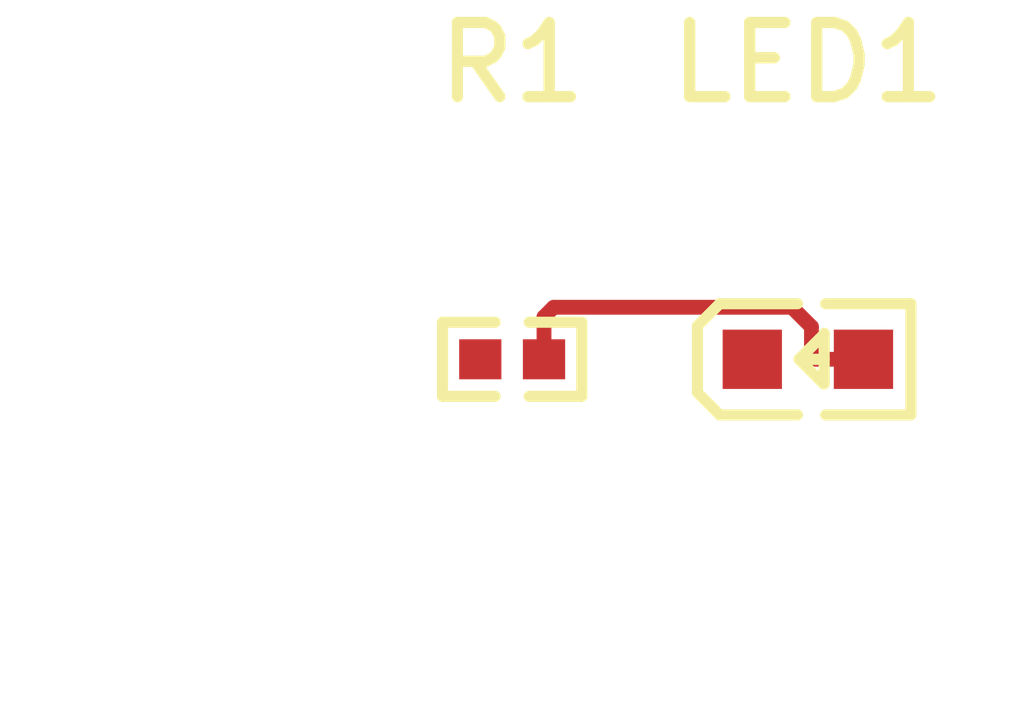
<source format=kicad_pcb>
(kicad_pcb (version 20241229) (generator "pcbnew") (generator_version "9.0")
  (layers (0 "F.Cu" signal) (2 "B.Cu" signal) (13 "F.Paste" user) (15 "B.Paste" user) (5 "F.SilkS" user "F.Silkscreen") (7 "B.SilkS" user "B.Silkscreen") (1 "F.Mask" user) (3 "B.Mask" user) (25 "Edge.Cuts" user))
  (net 0 "")
  (net 1 "A")
  (net 2 "gpio_in")
  (net 3 "gnd")
  (footprint "UNI_ROYAL_0402WGF1001TCE:R0402" (layer "F.Cu") (at 87.23 80)
    (property "Reference" "R1" (at 0 -4 0) (layer "F.SilkS"))
    (property "Value" "1kΩ ±1% 62.5mW")
    (fp_line (start -0.94 -0.5) (end -0.23 -0.5) (stroke (width 0.15)) (layer "F.SilkS"))
    (fp_line (start -0.94 0.5) (end -0.94 -0.5) (stroke (width 0.15)) (layer "F.SilkS"))
    (fp_line (start -0.23 0.5) (end -0.94 0.5) (stroke (width 0.15)) (layer "F.SilkS"))
    (fp_line (start 0.23 0.5) (end 0.94 0.5) (stroke (width 0.15)) (layer "F.SilkS"))
    (fp_line (start 0.94 -0.5) (end 0.23 -0.5) (stroke (width 0.15)) (layer "F.SilkS"))
    (fp_line (start 0.94 0.5) (end 0.94 -0.5) (stroke (width 0.15)) (layer "F.SilkS"))
    (fp_text user "${REFERENCE}" (at 0 -4 0) (layer "F.SilkS"))
    (pad "1" smd rect (at -0.43 0) (size 0.57 0.54) (layers "F.Cu" "F.Mask" "F.Paste") (net 2 "gpio_in"))
    (pad "2" smd rect (at 0.43 0) (size 0.57 0.54) (layers "F.Cu" "F.Mask" "F.Paste") (net 1 "A"))
  )
  (footprint "Everlight_Elec_19_217_GHC_YR1S2_3T:LED0603-RD" (layer "F.Cu") (at 91.2206 80)
    (property "Reference" "LED1" (at 0 -4 0) (layer "F.SilkS"))
    (property "Value" "")
    (fp_line (start -1.49 -0.45) (end -1.19 -0.75) (stroke (width 0.15)) (layer "F.SilkS"))
    (fp_line (start -1.49 -0.35) (end -1.49 -0.45) (stroke (width 0.15)) (layer "F.SilkS"))
    (fp_line (start -1.49 -0.35) (end -1.49 0.35) (stroke (width 0.15)) (layer "F.SilkS"))
    (fp_line (start -1.49 0.35) (end -1.49 0.45) (stroke (width 0.15)) (layer "F.SilkS"))
    (fp_line (start -1.49 0.45) (end -1.19 0.75) (stroke (width 0.15)) (layer "F.SilkS"))
    (fp_line (start -0.14 -0.75) (end -1.19 -0.75) (stroke (width 0.15)) (layer "F.SilkS"))
    (fp_line (start -0.14 0.75) (end -1.19 0.75) (stroke (width 0.15)) (layer "F.SilkS"))
    (fp_line (start 0.21 0.33) (end -0.12 0) (stroke (width 0.15)) (layer "F.SilkS"))
    (fp_line (start 0.22 -0.35) (end 0.22 -0.34) (stroke (width 0.15)) (layer "F.SilkS"))
    (fp_line (start 0.22 -0.35) (end 0.22 0.33) (stroke (width 0.15)) (layer "F.SilkS"))
    (fp_line (start 0.22 -0.34) (end -0.12 0) (stroke (width 0.15)) (layer "F.SilkS"))
    (fp_line (start 0.22 0) (end -0.12 0) (stroke (width 0.15)) (layer "F.SilkS"))
    (fp_line (start 0.22 0.33) (end 0.21 0.33) (stroke (width 0.15)) (layer "F.SilkS"))
    (fp_line (start 0.24 -0.75) (end 1.39 -0.75) (stroke (width 0.15)) (layer "F.SilkS"))
    (fp_line (start 0.24 0.75) (end 1.39 0.75) (stroke (width 0.15)) (layer "F.SilkS"))
    (fp_line (start 1.39 -0.75) (end 1.39 0.73) (stroke (width 0.15)) (layer "F.SilkS"))
    (fp_text user "${REFERENCE}" (at 0 -4 0) (layer "F.SilkS"))
    (pad "1" smd rect (at -0.75 0 90) (size 0.8 0.8) (layers "F.Cu" "F.Mask" "F.Paste") (net 3 "gnd"))
    (pad "2" smd rect (at 0.75 0 90) (size 0.8 0.8) (layers "F.Cu" "F.Mask" "F.Paste") (net 1 "A"))
  )
  (segment (start 91.0058 79.2983) (end 87.79 79.2983) (width 0.2) (layer "F.Cu") (net 1))
  (segment (start 91.2689 80) (end 91.2689 79.5614) (width 0.2) (layer "F.Cu") (net 1))
  (segment (start 91.2689 79.5614) (end 91.0058 79.2983) (width 0.2) (layer "F.Cu") (net 1))
  (segment (start 87.79 79.2983) (end 87.66 79.4283) (width 0.2) (layer "F.Cu") (net 1))
  (segment (start 87.66 80) (end 87.66 79.4283) (width 0.2) (layer "F.Cu") (net 1))
  (segment (start 91.9706 80) (end 91.2689 80) (width 0.2) (layer "F.Cu") (net 1))
)
</source>
